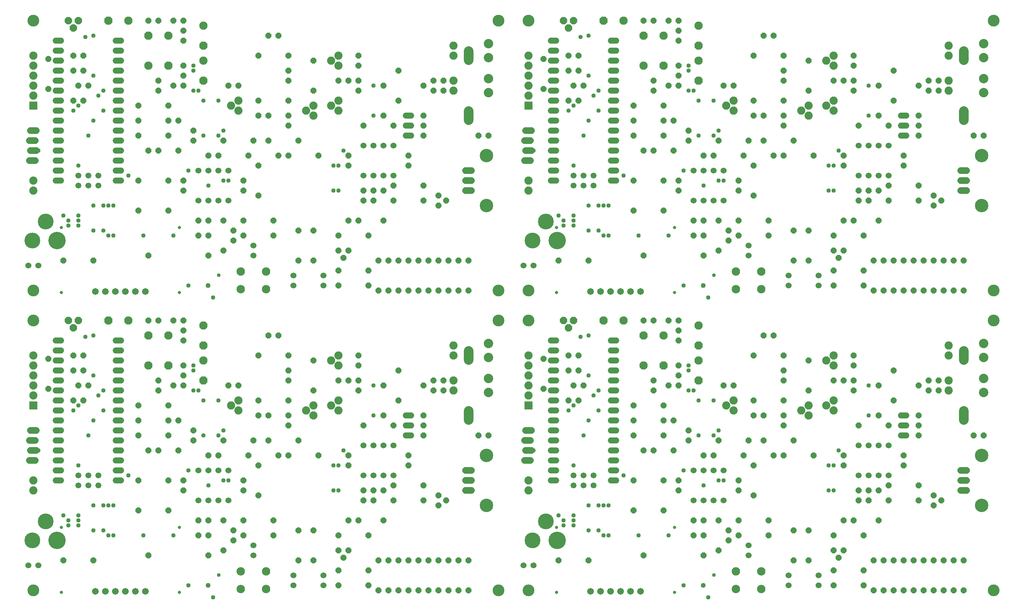
<source format=gbs>
G75*
%MOIN*%
%OFA0B0*%
%FSLAX25Y25*%
%IPPOS*%
%LPD*%
%AMOC8*
5,1,8,0,0,1.08239X$1,22.5*
%
%ADD10C,0.11800*%
%ADD11OC8,0.06000*%
%ADD12C,0.08300*%
%ADD13OC8,0.08300*%
%ADD14C,0.09650*%
%ADD15C,0.13461*%
%ADD16C,0.06000*%
%ADD17C,0.06800*%
%ADD18C,0.08200*%
%ADD19C,0.06000*%
%ADD20C,0.08400*%
%ADD21C,0.05950*%
%ADD22C,0.05950*%
%ADD23OC8,0.07400*%
%ADD24R,0.08200X0.08200*%
%ADD25C,0.09400*%
%ADD26C,0.03162*%
%ADD27C,0.06737*%
%ADD28C,0.03753*%
%ADD29C,0.04934*%
%ADD30C,0.17398*%
%ADD31C,0.15824*%
%ADD32C,0.04369*%
D10*
X0035000Y0017679D03*
X0035000Y0287679D03*
X0035000Y0317679D03*
X0035000Y0587679D03*
X0500000Y0587679D03*
X0530000Y0587679D03*
X0530000Y0317679D03*
X0500000Y0317679D03*
X0500000Y0287679D03*
X0530000Y0287679D03*
X0530000Y0017679D03*
X0500000Y0017679D03*
X0995000Y0017679D03*
X0995000Y0287679D03*
X0995000Y0317679D03*
X0995000Y0587679D03*
D11*
X0940000Y0527679D03*
X0930000Y0527679D03*
X0930000Y0517679D03*
X0940000Y0517679D03*
X0920000Y0522679D03*
X0895000Y0537679D03*
X0880000Y0522679D03*
X0895000Y0507679D03*
X0880000Y0492679D03*
X0890000Y0482679D03*
X0860000Y0482679D03*
X0845000Y0452679D03*
X0845000Y0442679D03*
X0815000Y0452679D03*
X0785000Y0452679D03*
X0775000Y0452679D03*
X0755000Y0442679D03*
X0745000Y0452679D03*
X0750000Y0467679D03*
X0765000Y0467679D03*
X0785000Y0482679D03*
X0785000Y0492679D03*
X0785000Y0507679D03*
X0765000Y0492679D03*
X0755000Y0492679D03*
X0755000Y0507679D03*
X0735000Y0522679D03*
X0725000Y0522679D03*
X0755000Y0552679D03*
X0765000Y0572679D03*
X0775000Y0572679D03*
X0785000Y0552679D03*
X0785000Y0537679D03*
X0785000Y0527679D03*
X0810000Y0517679D03*
X0835000Y0527679D03*
X0845000Y0527679D03*
X0855000Y0527679D03*
X0855000Y0517679D03*
X0855000Y0542679D03*
X0855000Y0552679D03*
X0810000Y0547679D03*
X0920000Y0492679D03*
X0920000Y0482679D03*
X0920000Y0472679D03*
X0905000Y0452679D03*
X0905000Y0442679D03*
X0890000Y0422679D03*
X0880000Y0417679D03*
X0870000Y0417679D03*
X0860000Y0417679D03*
X0860000Y0407679D03*
X0870000Y0407679D03*
X0890000Y0407679D03*
X0880000Y0387679D03*
X0865000Y0372679D03*
X0855000Y0387679D03*
X0845000Y0387679D03*
X0835000Y0372679D03*
X0835000Y0357679D03*
X0845000Y0357679D03*
X0840000Y0350179D03*
X0835000Y0337679D03*
X0835000Y0322679D03*
X0865000Y0322679D03*
X0875000Y0317679D03*
X0885000Y0317679D03*
X0895000Y0317679D03*
X0905000Y0317679D03*
X0915000Y0317679D03*
X0925000Y0317679D03*
X0935000Y0317679D03*
X0945000Y0317679D03*
X0955000Y0317679D03*
X0965000Y0317679D03*
X0965000Y0347679D03*
X0955000Y0347679D03*
X0945000Y0347679D03*
X0935000Y0347679D03*
X0925000Y0347679D03*
X0915000Y0347679D03*
X0905000Y0347679D03*
X0895000Y0347679D03*
X0885000Y0347679D03*
X0875000Y0347679D03*
X0865000Y0337679D03*
X0810000Y0347679D03*
X0795000Y0347679D03*
X0770000Y0372679D03*
X0770000Y0387679D03*
X0795000Y0377679D03*
X0810000Y0377679D03*
X0755000Y0412679D03*
X0740000Y0417679D03*
X0740000Y0427679D03*
X0715000Y0452679D03*
X0705000Y0452679D03*
X0690000Y0467679D03*
X0690000Y0477679D03*
X0675000Y0487679D03*
X0665000Y0487679D03*
X0665000Y0502679D03*
X0655000Y0517679D03*
X0655000Y0527679D03*
X0670000Y0522679D03*
X0680000Y0522679D03*
X0680000Y0532679D03*
X0680000Y0542679D03*
X0680000Y0567679D03*
X0680000Y0577679D03*
X0680000Y0587679D03*
X0670000Y0587679D03*
X0655000Y0587679D03*
X0645000Y0587679D03*
X0580000Y0552679D03*
X0570000Y0552679D03*
X0570000Y0537679D03*
X0580000Y0537679D03*
X0575000Y0522679D03*
X0585000Y0522679D03*
X0580000Y0507679D03*
X0570000Y0507679D03*
X0545000Y0519179D03*
X0545000Y0549179D03*
X0635000Y0502679D03*
X0635000Y0487679D03*
X0635000Y0472679D03*
X0645000Y0457679D03*
X0655000Y0457679D03*
X0675000Y0457679D03*
X0665000Y0472679D03*
X0720000Y0467679D03*
X0680000Y0427679D03*
X0680000Y0417679D03*
X0665000Y0427679D03*
X0635000Y0427679D03*
X0635000Y0397679D03*
X0665000Y0397679D03*
X0695000Y0387679D03*
X0705000Y0387679D03*
X0720000Y0387679D03*
X0730000Y0377679D03*
X0740000Y0372679D03*
X0730000Y0367679D03*
X0720000Y0357679D03*
X0705000Y0352679D03*
X0705000Y0372679D03*
X0695000Y0372679D03*
X0740000Y0387679D03*
X0645000Y0352679D03*
X0590000Y0347679D03*
X0560000Y0347679D03*
X0470000Y0347679D03*
X0460000Y0347679D03*
X0450000Y0347679D03*
X0440000Y0347679D03*
X0430000Y0347679D03*
X0420000Y0347679D03*
X0410000Y0347679D03*
X0400000Y0347679D03*
X0390000Y0347679D03*
X0380000Y0347679D03*
X0370000Y0337679D03*
X0370000Y0322679D03*
X0380000Y0317679D03*
X0390000Y0317679D03*
X0400000Y0317679D03*
X0410000Y0317679D03*
X0420000Y0317679D03*
X0430000Y0317679D03*
X0440000Y0317679D03*
X0450000Y0317679D03*
X0460000Y0317679D03*
X0470000Y0317679D03*
X0545000Y0249179D03*
X0570000Y0252679D03*
X0580000Y0252679D03*
X0580000Y0237679D03*
X0570000Y0237679D03*
X0575000Y0222679D03*
X0585000Y0222679D03*
X0580000Y0207679D03*
X0570000Y0207679D03*
X0545000Y0219179D03*
X0490000Y0172679D03*
X0480000Y0172679D03*
X0425000Y0172679D03*
X0425000Y0182679D03*
X0425000Y0192679D03*
X0400000Y0207679D03*
X0385000Y0222679D03*
X0400000Y0237679D03*
X0425000Y0222679D03*
X0435000Y0227679D03*
X0445000Y0227679D03*
X0445000Y0217679D03*
X0435000Y0217679D03*
X0385000Y0192679D03*
X0395000Y0182679D03*
X0365000Y0182679D03*
X0350000Y0152679D03*
X0350000Y0142679D03*
X0320000Y0152679D03*
X0300000Y0167679D03*
X0290000Y0182679D03*
X0290000Y0192679D03*
X0290000Y0207679D03*
X0270000Y0192679D03*
X0260000Y0192679D03*
X0260000Y0207679D03*
X0240000Y0222679D03*
X0230000Y0222679D03*
X0260000Y0252679D03*
X0270000Y0272679D03*
X0280000Y0272679D03*
X0290000Y0252679D03*
X0290000Y0237679D03*
X0290000Y0227679D03*
X0315000Y0217679D03*
X0340000Y0227679D03*
X0350000Y0227679D03*
X0360000Y0227679D03*
X0360000Y0217679D03*
X0360000Y0242679D03*
X0360000Y0252679D03*
X0315000Y0247679D03*
X0340000Y0322679D03*
X0340000Y0337679D03*
X0345000Y0350179D03*
X0340000Y0357679D03*
X0350000Y0357679D03*
X0340000Y0372679D03*
X0350000Y0387679D03*
X0360000Y0387679D03*
X0370000Y0372679D03*
X0385000Y0387679D03*
X0375000Y0407679D03*
X0365000Y0407679D03*
X0365000Y0417679D03*
X0375000Y0417679D03*
X0385000Y0417679D03*
X0395000Y0422679D03*
X0395000Y0407679D03*
X0425000Y0407679D03*
X0440000Y0412679D03*
X0447500Y0407679D03*
X0440000Y0402679D03*
X0425000Y0422679D03*
X0410000Y0442679D03*
X0410000Y0452679D03*
X0425000Y0472679D03*
X0425000Y0482679D03*
X0425000Y0492679D03*
X0400000Y0507679D03*
X0385000Y0522679D03*
X0400000Y0537679D03*
X0425000Y0522679D03*
X0435000Y0527679D03*
X0445000Y0527679D03*
X0445000Y0517679D03*
X0435000Y0517679D03*
X0385000Y0492679D03*
X0395000Y0482679D03*
X0365000Y0482679D03*
X0350000Y0452679D03*
X0350000Y0442679D03*
X0320000Y0452679D03*
X0300000Y0467679D03*
X0290000Y0482679D03*
X0290000Y0492679D03*
X0290000Y0507679D03*
X0270000Y0492679D03*
X0260000Y0492679D03*
X0260000Y0507679D03*
X0240000Y0522679D03*
X0230000Y0522679D03*
X0260000Y0552679D03*
X0270000Y0572679D03*
X0280000Y0572679D03*
X0290000Y0552679D03*
X0290000Y0537679D03*
X0290000Y0527679D03*
X0315000Y0517679D03*
X0340000Y0527679D03*
X0350000Y0527679D03*
X0360000Y0527679D03*
X0360000Y0517679D03*
X0360000Y0542679D03*
X0360000Y0552679D03*
X0315000Y0547679D03*
X0270000Y0467679D03*
X0255000Y0467679D03*
X0250000Y0452679D03*
X0260000Y0442679D03*
X0280000Y0452679D03*
X0290000Y0452679D03*
X0245000Y0427679D03*
X0245000Y0417679D03*
X0260000Y0412679D03*
X0245000Y0387679D03*
X0235000Y0377679D03*
X0245000Y0372679D03*
X0235000Y0367679D03*
X0225000Y0357679D03*
X0210000Y0352679D03*
X0210000Y0372679D03*
X0200000Y0372679D03*
X0200000Y0387679D03*
X0210000Y0387679D03*
X0225000Y0387679D03*
X0185000Y0417679D03*
X0185000Y0427679D03*
X0170000Y0427679D03*
X0140000Y0427679D03*
X0140000Y0397679D03*
X0170000Y0397679D03*
X0150000Y0352679D03*
X0095000Y0347679D03*
X0065000Y0347679D03*
X0150000Y0287679D03*
X0160000Y0287679D03*
X0175000Y0287679D03*
X0185000Y0287679D03*
X0185000Y0277679D03*
X0185000Y0267679D03*
X0185000Y0242679D03*
X0185000Y0232679D03*
X0185000Y0222679D03*
X0175000Y0222679D03*
X0160000Y0227679D03*
X0160000Y0217679D03*
X0170000Y0202679D03*
X0170000Y0187679D03*
X0180000Y0187679D03*
X0195000Y0177679D03*
X0195000Y0167679D03*
X0180000Y0157679D03*
X0160000Y0157679D03*
X0150000Y0157679D03*
X0140000Y0172679D03*
X0140000Y0187679D03*
X0140000Y0202679D03*
X0170000Y0172679D03*
X0210000Y0152679D03*
X0220000Y0152679D03*
X0225000Y0167679D03*
X0250000Y0152679D03*
X0260000Y0142679D03*
X0280000Y0152679D03*
X0290000Y0152679D03*
X0270000Y0167679D03*
X0255000Y0167679D03*
X0245000Y0127679D03*
X0245000Y0117679D03*
X0260000Y0112679D03*
X0245000Y0087679D03*
X0235000Y0077679D03*
X0245000Y0072679D03*
X0235000Y0067679D03*
X0225000Y0057679D03*
X0210000Y0052679D03*
X0210000Y0072679D03*
X0200000Y0072679D03*
X0200000Y0087679D03*
X0210000Y0087679D03*
X0225000Y0087679D03*
X0185000Y0117679D03*
X0185000Y0127679D03*
X0170000Y0127679D03*
X0140000Y0127679D03*
X0140000Y0097679D03*
X0170000Y0097679D03*
X0150000Y0052679D03*
X0095000Y0047679D03*
X0065000Y0047679D03*
X0275000Y0072679D03*
X0275000Y0087679D03*
X0300000Y0077679D03*
X0315000Y0077679D03*
X0340000Y0072679D03*
X0340000Y0057679D03*
X0350000Y0057679D03*
X0345000Y0050179D03*
X0340000Y0037679D03*
X0340000Y0022679D03*
X0370000Y0022679D03*
X0380000Y0017679D03*
X0390000Y0017679D03*
X0400000Y0017679D03*
X0410000Y0017679D03*
X0420000Y0017679D03*
X0430000Y0017679D03*
X0440000Y0017679D03*
X0450000Y0017679D03*
X0460000Y0017679D03*
X0470000Y0017679D03*
X0470000Y0047679D03*
X0460000Y0047679D03*
X0450000Y0047679D03*
X0440000Y0047679D03*
X0430000Y0047679D03*
X0420000Y0047679D03*
X0410000Y0047679D03*
X0400000Y0047679D03*
X0390000Y0047679D03*
X0380000Y0047679D03*
X0370000Y0037679D03*
X0315000Y0047679D03*
X0300000Y0047679D03*
X0350000Y0087679D03*
X0360000Y0087679D03*
X0370000Y0072679D03*
X0385000Y0087679D03*
X0375000Y0107679D03*
X0365000Y0107679D03*
X0365000Y0117679D03*
X0375000Y0117679D03*
X0385000Y0117679D03*
X0395000Y0122679D03*
X0395000Y0107679D03*
X0425000Y0107679D03*
X0440000Y0112679D03*
X0447500Y0107679D03*
X0440000Y0102679D03*
X0425000Y0122679D03*
X0410000Y0142679D03*
X0410000Y0152679D03*
X0560000Y0047679D03*
X0590000Y0047679D03*
X0645000Y0052679D03*
X0695000Y0072679D03*
X0705000Y0072679D03*
X0705000Y0087679D03*
X0695000Y0087679D03*
X0720000Y0087679D03*
X0730000Y0077679D03*
X0740000Y0072679D03*
X0730000Y0067679D03*
X0720000Y0057679D03*
X0705000Y0052679D03*
X0740000Y0087679D03*
X0770000Y0087679D03*
X0770000Y0072679D03*
X0795000Y0077679D03*
X0810000Y0077679D03*
X0835000Y0072679D03*
X0835000Y0057679D03*
X0845000Y0057679D03*
X0840000Y0050179D03*
X0835000Y0037679D03*
X0835000Y0022679D03*
X0865000Y0022679D03*
X0875000Y0017679D03*
X0885000Y0017679D03*
X0895000Y0017679D03*
X0905000Y0017679D03*
X0915000Y0017679D03*
X0925000Y0017679D03*
X0935000Y0017679D03*
X0945000Y0017679D03*
X0955000Y0017679D03*
X0965000Y0017679D03*
X0965000Y0047679D03*
X0955000Y0047679D03*
X0945000Y0047679D03*
X0935000Y0047679D03*
X0925000Y0047679D03*
X0915000Y0047679D03*
X0905000Y0047679D03*
X0895000Y0047679D03*
X0885000Y0047679D03*
X0875000Y0047679D03*
X0865000Y0037679D03*
X0810000Y0047679D03*
X0795000Y0047679D03*
X0845000Y0087679D03*
X0855000Y0087679D03*
X0865000Y0072679D03*
X0880000Y0087679D03*
X0870000Y0107679D03*
X0860000Y0107679D03*
X0860000Y0117679D03*
X0870000Y0117679D03*
X0880000Y0117679D03*
X0890000Y0122679D03*
X0890000Y0107679D03*
X0920000Y0107679D03*
X0935000Y0112679D03*
X0942500Y0107679D03*
X0935000Y0102679D03*
X0920000Y0122679D03*
X0905000Y0142679D03*
X0905000Y0152679D03*
X0920000Y0172679D03*
X0920000Y0182679D03*
X0920000Y0192679D03*
X0895000Y0207679D03*
X0880000Y0222679D03*
X0895000Y0237679D03*
X0920000Y0222679D03*
X0930000Y0227679D03*
X0940000Y0227679D03*
X0940000Y0217679D03*
X0930000Y0217679D03*
X0880000Y0192679D03*
X0890000Y0182679D03*
X0860000Y0182679D03*
X0845000Y0152679D03*
X0845000Y0142679D03*
X0815000Y0152679D03*
X0785000Y0152679D03*
X0775000Y0152679D03*
X0755000Y0142679D03*
X0745000Y0152679D03*
X0750000Y0167679D03*
X0765000Y0167679D03*
X0785000Y0182679D03*
X0785000Y0192679D03*
X0785000Y0207679D03*
X0765000Y0192679D03*
X0755000Y0192679D03*
X0755000Y0207679D03*
X0735000Y0222679D03*
X0725000Y0222679D03*
X0755000Y0252679D03*
X0765000Y0272679D03*
X0775000Y0272679D03*
X0785000Y0252679D03*
X0785000Y0237679D03*
X0785000Y0227679D03*
X0810000Y0217679D03*
X0835000Y0227679D03*
X0845000Y0227679D03*
X0855000Y0227679D03*
X0855000Y0217679D03*
X0855000Y0242679D03*
X0855000Y0252679D03*
X0810000Y0247679D03*
X0795000Y0167679D03*
X0740000Y0127679D03*
X0740000Y0117679D03*
X0755000Y0112679D03*
X0715000Y0152679D03*
X0705000Y0152679D03*
X0690000Y0167679D03*
X0690000Y0177679D03*
X0675000Y0187679D03*
X0665000Y0187679D03*
X0665000Y0202679D03*
X0655000Y0217679D03*
X0655000Y0227679D03*
X0670000Y0222679D03*
X0680000Y0222679D03*
X0680000Y0232679D03*
X0680000Y0242679D03*
X0680000Y0267679D03*
X0680000Y0277679D03*
X0680000Y0287679D03*
X0670000Y0287679D03*
X0655000Y0287679D03*
X0645000Y0287679D03*
X0635000Y0202679D03*
X0635000Y0187679D03*
X0635000Y0172679D03*
X0645000Y0157679D03*
X0655000Y0157679D03*
X0675000Y0157679D03*
X0665000Y0172679D03*
X0720000Y0167679D03*
X0680000Y0127679D03*
X0680000Y0117679D03*
X0665000Y0127679D03*
X0635000Y0127679D03*
X0635000Y0097679D03*
X0665000Y0097679D03*
X0975000Y0172679D03*
X0985000Y0172679D03*
X0935000Y0402679D03*
X0942500Y0407679D03*
X0935000Y0412679D03*
X0920000Y0407679D03*
X0920000Y0422679D03*
X0975000Y0472679D03*
X0985000Y0472679D03*
X0795000Y0467679D03*
X0490000Y0472679D03*
X0480000Y0472679D03*
X0315000Y0377679D03*
X0300000Y0377679D03*
X0275000Y0372679D03*
X0275000Y0387679D03*
X0300000Y0347679D03*
X0315000Y0347679D03*
X0220000Y0452679D03*
X0210000Y0452679D03*
X0195000Y0467679D03*
X0195000Y0477679D03*
X0180000Y0487679D03*
X0170000Y0487679D03*
X0170000Y0502679D03*
X0160000Y0517679D03*
X0160000Y0527679D03*
X0175000Y0522679D03*
X0185000Y0522679D03*
X0185000Y0532679D03*
X0185000Y0542679D03*
X0185000Y0567679D03*
X0185000Y0577679D03*
X0185000Y0587679D03*
X0175000Y0587679D03*
X0160000Y0587679D03*
X0150000Y0587679D03*
X0085000Y0552679D03*
X0075000Y0552679D03*
X0075000Y0537679D03*
X0085000Y0537679D03*
X0080000Y0522679D03*
X0090000Y0522679D03*
X0085000Y0507679D03*
X0075000Y0507679D03*
X0050000Y0519179D03*
X0050000Y0549179D03*
X0140000Y0502679D03*
X0140000Y0487679D03*
X0140000Y0472679D03*
X0150000Y0457679D03*
X0160000Y0457679D03*
X0180000Y0457679D03*
X0170000Y0472679D03*
X0225000Y0467679D03*
X0085000Y0252679D03*
X0075000Y0252679D03*
X0075000Y0237679D03*
X0085000Y0237679D03*
X0080000Y0222679D03*
X0090000Y0222679D03*
X0085000Y0207679D03*
X0075000Y0207679D03*
X0050000Y0219179D03*
X0050000Y0249179D03*
D12*
X0130000Y0287679D03*
X0170000Y0272679D03*
X0205000Y0282679D03*
X0205000Y0247679D03*
X0150000Y0242679D03*
X0150000Y0542679D03*
X0170000Y0572679D03*
X0205000Y0582679D03*
X0205000Y0547679D03*
X0130000Y0587679D03*
X0625000Y0587679D03*
X0665000Y0572679D03*
X0700000Y0582679D03*
X0700000Y0547679D03*
X0645000Y0542679D03*
X0625000Y0287679D03*
X0665000Y0272679D03*
X0700000Y0282679D03*
X0700000Y0247679D03*
X0645000Y0242679D03*
D13*
X0665000Y0242679D03*
X0700000Y0227679D03*
X0700000Y0262679D03*
X0645000Y0272679D03*
X0605000Y0287679D03*
X0700000Y0527679D03*
X0665000Y0542679D03*
X0700000Y0562679D03*
X0645000Y0572679D03*
X0605000Y0587679D03*
X0205000Y0562679D03*
X0170000Y0542679D03*
X0205000Y0527679D03*
X0150000Y0572679D03*
X0110000Y0587679D03*
X0110000Y0287679D03*
X0150000Y0272679D03*
X0170000Y0242679D03*
X0205000Y0227679D03*
X0205000Y0262679D03*
D14*
X0470000Y0257104D02*
X0470000Y0248254D01*
X0470000Y0197104D02*
X0470000Y0188254D01*
X0470000Y0488254D02*
X0470000Y0497104D01*
X0470000Y0548254D02*
X0470000Y0557104D01*
X0965000Y0557104D02*
X0965000Y0548254D01*
X0965000Y0497104D02*
X0965000Y0488254D01*
X0965000Y0257104D02*
X0965000Y0248254D01*
X0965000Y0197104D02*
X0965000Y0188254D01*
D15*
X0983000Y0152679D03*
X0983000Y0102679D03*
X0983000Y0402679D03*
X0983000Y0452679D03*
X0488000Y0452679D03*
X0488000Y0402679D03*
X0488000Y0152679D03*
X0488000Y0102679D03*
D16*
X0395000Y0132679D03*
X0385000Y0132679D03*
X0375000Y0132679D03*
X0365000Y0132679D03*
X0365000Y0162679D03*
X0375000Y0162679D03*
X0385000Y0162679D03*
X0395000Y0162679D03*
X0230000Y0137679D03*
X0220000Y0137679D03*
X0210000Y0137679D03*
X0200000Y0137679D03*
X0200000Y0107679D03*
X0210000Y0107679D03*
X0220000Y0107679D03*
X0230000Y0107679D03*
X0255000Y0062679D03*
X0255000Y0052679D03*
X0295000Y0032679D03*
X0295000Y0022679D03*
X0325000Y0022679D03*
X0325000Y0032679D03*
X0525000Y0042679D03*
X0535000Y0042679D03*
X0695000Y0107679D03*
X0705000Y0107679D03*
X0715000Y0107679D03*
X0725000Y0107679D03*
X0725000Y0137679D03*
X0715000Y0137679D03*
X0705000Y0137679D03*
X0695000Y0137679D03*
X0750000Y0062679D03*
X0750000Y0052679D03*
X0790000Y0032679D03*
X0790000Y0022679D03*
X0820000Y0022679D03*
X0820000Y0032679D03*
X0860000Y0132679D03*
X0870000Y0132679D03*
X0880000Y0132679D03*
X0890000Y0132679D03*
X0890000Y0162679D03*
X0880000Y0162679D03*
X0870000Y0162679D03*
X0860000Y0162679D03*
X0820000Y0322679D03*
X0820000Y0332679D03*
X0790000Y0332679D03*
X0790000Y0322679D03*
X0750000Y0352679D03*
X0750000Y0362679D03*
X0725000Y0407679D03*
X0715000Y0407679D03*
X0705000Y0407679D03*
X0695000Y0407679D03*
X0695000Y0437679D03*
X0705000Y0437679D03*
X0715000Y0437679D03*
X0725000Y0437679D03*
X0860000Y0432679D03*
X0870000Y0432679D03*
X0880000Y0432679D03*
X0890000Y0432679D03*
X0890000Y0462679D03*
X0880000Y0462679D03*
X0870000Y0462679D03*
X0860000Y0462679D03*
X0535000Y0342679D03*
X0525000Y0342679D03*
X0395000Y0432679D03*
X0385000Y0432679D03*
X0375000Y0432679D03*
X0365000Y0432679D03*
X0365000Y0462679D03*
X0375000Y0462679D03*
X0385000Y0462679D03*
X0395000Y0462679D03*
X0230000Y0437679D03*
X0220000Y0437679D03*
X0210000Y0437679D03*
X0200000Y0437679D03*
X0200000Y0407679D03*
X0210000Y0407679D03*
X0220000Y0407679D03*
X0230000Y0407679D03*
X0255000Y0362679D03*
X0255000Y0352679D03*
X0295000Y0332679D03*
X0295000Y0322679D03*
X0325000Y0322679D03*
X0325000Y0332679D03*
X0040000Y0342679D03*
X0030000Y0342679D03*
X0030000Y0042679D03*
X0040000Y0042679D03*
D17*
X0037000Y0147679D02*
X0031000Y0147679D01*
X0032000Y0157679D02*
X0038000Y0157679D01*
X0037000Y0167679D02*
X0031000Y0167679D01*
X0032000Y0177679D02*
X0038000Y0177679D01*
X0467000Y0137679D02*
X0473000Y0137679D01*
X0473000Y0127679D02*
X0467000Y0127679D01*
X0467000Y0117679D02*
X0473000Y0117679D01*
X0526000Y0147679D02*
X0532000Y0147679D01*
X0533000Y0157679D02*
X0527000Y0157679D01*
X0526000Y0167679D02*
X0532000Y0167679D01*
X0533000Y0177679D02*
X0527000Y0177679D01*
X0473000Y0417679D02*
X0467000Y0417679D01*
X0467000Y0427679D02*
X0473000Y0427679D01*
X0473000Y0437679D02*
X0467000Y0437679D01*
X0526000Y0447679D02*
X0532000Y0447679D01*
X0533000Y0457679D02*
X0527000Y0457679D01*
X0526000Y0467679D02*
X0532000Y0467679D01*
X0533000Y0477679D02*
X0527000Y0477679D01*
X0962000Y0437679D02*
X0968000Y0437679D01*
X0968000Y0427679D02*
X0962000Y0427679D01*
X0962000Y0417679D02*
X0968000Y0417679D01*
X0968000Y0137679D02*
X0962000Y0137679D01*
X0962000Y0127679D02*
X0968000Y0127679D01*
X0968000Y0117679D02*
X0962000Y0117679D01*
X0037000Y0447679D02*
X0031000Y0447679D01*
X0032000Y0457679D02*
X0038000Y0457679D01*
X0037000Y0467679D02*
X0031000Y0467679D01*
X0032000Y0477679D02*
X0038000Y0477679D01*
D18*
X0035000Y0512679D03*
X0035000Y0522679D03*
X0035000Y0532679D03*
X0035000Y0542679D03*
X0035000Y0552679D03*
X0232500Y0502679D03*
X0240000Y0507679D03*
X0240000Y0497679D03*
X0307500Y0497679D03*
X0315000Y0502679D03*
X0315000Y0492679D03*
X0332500Y0502679D03*
X0340000Y0507679D03*
X0340000Y0497679D03*
X0340000Y0542679D03*
X0332500Y0547679D03*
X0340000Y0552679D03*
X0455000Y0552679D03*
X0455000Y0562679D03*
X0455000Y0527679D03*
X0455000Y0517679D03*
X0530000Y0522679D03*
X0530000Y0512679D03*
X0530000Y0532679D03*
X0530000Y0542679D03*
X0530000Y0552679D03*
X0727500Y0502679D03*
X0735000Y0507679D03*
X0735000Y0497679D03*
X0802500Y0497679D03*
X0810000Y0502679D03*
X0810000Y0492679D03*
X0827500Y0502679D03*
X0835000Y0507679D03*
X0835000Y0497679D03*
X0835000Y0542679D03*
X0827500Y0547679D03*
X0835000Y0552679D03*
X0950000Y0552679D03*
X0950000Y0562679D03*
X0950000Y0527679D03*
X0950000Y0517679D03*
X0950000Y0262679D03*
X0950000Y0252679D03*
X0950000Y0227679D03*
X0950000Y0217679D03*
X0835000Y0207679D03*
X0827500Y0202679D03*
X0835000Y0197679D03*
X0810000Y0202679D03*
X0802500Y0197679D03*
X0810000Y0192679D03*
X0735000Y0197679D03*
X0727500Y0202679D03*
X0735000Y0207679D03*
X0827500Y0247679D03*
X0835000Y0252679D03*
X0835000Y0242679D03*
X0530000Y0242679D03*
X0530000Y0252679D03*
X0530000Y0232679D03*
X0530000Y0222679D03*
X0530000Y0212679D03*
X0455000Y0217679D03*
X0455000Y0227679D03*
X0455000Y0252679D03*
X0455000Y0262679D03*
X0340000Y0252679D03*
X0332500Y0247679D03*
X0340000Y0242679D03*
X0340000Y0207679D03*
X0332500Y0202679D03*
X0340000Y0197679D03*
X0315000Y0202679D03*
X0307500Y0197679D03*
X0315000Y0192679D03*
X0240000Y0197679D03*
X0232500Y0202679D03*
X0240000Y0207679D03*
X0035000Y0212679D03*
X0035000Y0222679D03*
X0035000Y0232679D03*
X0035000Y0242679D03*
X0035000Y0252679D03*
X0035000Y0127679D03*
X0035000Y0117679D03*
X0035000Y0417679D03*
X0035000Y0427679D03*
X0530000Y0427679D03*
X0530000Y0417679D03*
X0530000Y0127679D03*
X0530000Y0117679D03*
D19*
X0412600Y0172679D02*
X0407400Y0172679D01*
X0407400Y0182679D02*
X0412600Y0182679D01*
X0412600Y0192679D02*
X0407400Y0192679D01*
X0407400Y0472679D02*
X0412600Y0472679D01*
X0412600Y0482679D02*
X0407400Y0482679D01*
X0407400Y0492679D02*
X0412600Y0492679D01*
X0902400Y0492679D02*
X0907600Y0492679D01*
X0907600Y0482679D02*
X0902400Y0482679D01*
X0902400Y0472679D02*
X0907600Y0472679D01*
X0907600Y0192679D02*
X0902400Y0192679D01*
X0902400Y0182679D02*
X0907600Y0182679D01*
X0907600Y0172679D02*
X0902400Y0172679D01*
D20*
X0762800Y0036579D03*
X0737200Y0036579D03*
X0737200Y0018779D03*
X0762800Y0018779D03*
X0762800Y0318779D03*
X0737200Y0318779D03*
X0737200Y0336579D03*
X0762800Y0336579D03*
X0267800Y0336579D03*
X0242200Y0336579D03*
X0242200Y0318779D03*
X0267800Y0318779D03*
X0267800Y0036579D03*
X0242200Y0036579D03*
X0242200Y0018779D03*
X0267800Y0018779D03*
D21*
X0122575Y0127679D02*
X0117425Y0127679D01*
X0117425Y0137679D02*
X0122575Y0137679D01*
X0122575Y0147679D02*
X0117425Y0147679D01*
X0117425Y0157679D02*
X0122575Y0157679D01*
X0122575Y0167679D02*
X0117425Y0167679D01*
X0117425Y0177679D02*
X0122575Y0177679D01*
X0122575Y0187679D02*
X0117425Y0187679D01*
X0117425Y0197679D02*
X0122575Y0197679D01*
X0122575Y0207679D02*
X0117425Y0207679D01*
X0117425Y0217679D02*
X0122575Y0217679D01*
X0122575Y0227679D02*
X0117425Y0227679D01*
X0117425Y0237679D02*
X0122575Y0237679D01*
X0122575Y0247679D02*
X0117425Y0247679D01*
X0117425Y0257679D02*
X0122575Y0257679D01*
X0122575Y0267679D02*
X0117425Y0267679D01*
X0062575Y0267679D02*
X0057425Y0267679D01*
X0057425Y0257679D02*
X0062575Y0257679D01*
X0062575Y0247679D02*
X0057425Y0247679D01*
X0057425Y0237679D02*
X0062575Y0237679D01*
X0062575Y0227679D02*
X0057425Y0227679D01*
X0057425Y0217679D02*
X0062575Y0217679D01*
X0062575Y0207679D02*
X0057425Y0207679D01*
X0057425Y0197679D02*
X0062575Y0197679D01*
X0062575Y0187679D02*
X0057425Y0187679D01*
X0057425Y0177679D02*
X0062575Y0177679D01*
X0062575Y0167679D02*
X0057425Y0167679D01*
X0057425Y0157679D02*
X0062575Y0157679D01*
X0062575Y0147679D02*
X0057425Y0147679D01*
X0057425Y0137679D02*
X0062575Y0137679D01*
X0062575Y0127679D02*
X0057425Y0127679D01*
X0057425Y0427679D02*
X0062575Y0427679D01*
X0062575Y0437679D02*
X0057425Y0437679D01*
X0057425Y0447679D02*
X0062575Y0447679D01*
X0062575Y0457679D02*
X0057425Y0457679D01*
X0057425Y0467679D02*
X0062575Y0467679D01*
X0062575Y0477679D02*
X0057425Y0477679D01*
X0057425Y0487679D02*
X0062575Y0487679D01*
X0062575Y0497679D02*
X0057425Y0497679D01*
X0057425Y0507679D02*
X0062575Y0507679D01*
X0062575Y0517679D02*
X0057425Y0517679D01*
X0057425Y0527679D02*
X0062575Y0527679D01*
X0062575Y0537679D02*
X0057425Y0537679D01*
X0057425Y0547679D02*
X0062575Y0547679D01*
X0062575Y0557679D02*
X0057425Y0557679D01*
X0057425Y0567679D02*
X0062575Y0567679D01*
X0117425Y0567679D02*
X0122575Y0567679D01*
X0122575Y0557679D02*
X0117425Y0557679D01*
X0117425Y0547679D02*
X0122575Y0547679D01*
X0122575Y0537679D02*
X0117425Y0537679D01*
X0117425Y0527679D02*
X0122575Y0527679D01*
X0122575Y0517679D02*
X0117425Y0517679D01*
X0117425Y0507679D02*
X0122575Y0507679D01*
X0122575Y0497679D02*
X0117425Y0497679D01*
X0117425Y0487679D02*
X0122575Y0487679D01*
X0122575Y0477679D02*
X0117425Y0477679D01*
X0117425Y0467679D02*
X0122575Y0467679D01*
X0122575Y0457679D02*
X0117425Y0457679D01*
X0117425Y0447679D02*
X0122575Y0447679D01*
X0122575Y0437679D02*
X0117425Y0437679D01*
X0117425Y0427679D02*
X0122575Y0427679D01*
X0552425Y0427679D02*
X0557575Y0427679D01*
X0557575Y0437679D02*
X0552425Y0437679D01*
X0552425Y0447679D02*
X0557575Y0447679D01*
X0557575Y0457679D02*
X0552425Y0457679D01*
X0552425Y0467679D02*
X0557575Y0467679D01*
X0557575Y0477679D02*
X0552425Y0477679D01*
X0552425Y0487679D02*
X0557575Y0487679D01*
X0557575Y0497679D02*
X0552425Y0497679D01*
X0552425Y0507679D02*
X0557575Y0507679D01*
X0557575Y0517679D02*
X0552425Y0517679D01*
X0552425Y0527679D02*
X0557575Y0527679D01*
X0557575Y0537679D02*
X0552425Y0537679D01*
X0552425Y0547679D02*
X0557575Y0547679D01*
X0557575Y0557679D02*
X0552425Y0557679D01*
X0552425Y0567679D02*
X0557575Y0567679D01*
X0612425Y0567679D02*
X0617575Y0567679D01*
X0617575Y0557679D02*
X0612425Y0557679D01*
X0612425Y0547679D02*
X0617575Y0547679D01*
X0617575Y0537679D02*
X0612425Y0537679D01*
X0612425Y0527679D02*
X0617575Y0527679D01*
X0617575Y0517679D02*
X0612425Y0517679D01*
X0612425Y0507679D02*
X0617575Y0507679D01*
X0617575Y0497679D02*
X0612425Y0497679D01*
X0612425Y0487679D02*
X0617575Y0487679D01*
X0617575Y0477679D02*
X0612425Y0477679D01*
X0612425Y0467679D02*
X0617575Y0467679D01*
X0617575Y0457679D02*
X0612425Y0457679D01*
X0612425Y0447679D02*
X0617575Y0447679D01*
X0617575Y0437679D02*
X0612425Y0437679D01*
X0612425Y0427679D02*
X0617575Y0427679D01*
X0617575Y0267679D02*
X0612425Y0267679D01*
X0612425Y0257679D02*
X0617575Y0257679D01*
X0617575Y0247679D02*
X0612425Y0247679D01*
X0612425Y0237679D02*
X0617575Y0237679D01*
X0617575Y0227679D02*
X0612425Y0227679D01*
X0612425Y0217679D02*
X0617575Y0217679D01*
X0617575Y0207679D02*
X0612425Y0207679D01*
X0612425Y0197679D02*
X0617575Y0197679D01*
X0617575Y0187679D02*
X0612425Y0187679D01*
X0612425Y0177679D02*
X0617575Y0177679D01*
X0617575Y0167679D02*
X0612425Y0167679D01*
X0612425Y0157679D02*
X0617575Y0157679D01*
X0617575Y0147679D02*
X0612425Y0147679D01*
X0612425Y0137679D02*
X0617575Y0137679D01*
X0617575Y0127679D02*
X0612425Y0127679D01*
X0557575Y0127679D02*
X0552425Y0127679D01*
X0552425Y0137679D02*
X0557575Y0137679D01*
X0557575Y0147679D02*
X0552425Y0147679D01*
X0552425Y0157679D02*
X0557575Y0157679D01*
X0557575Y0167679D02*
X0552425Y0167679D01*
X0552425Y0177679D02*
X0557575Y0177679D01*
X0557575Y0187679D02*
X0552425Y0187679D01*
X0552425Y0197679D02*
X0557575Y0197679D01*
X0557575Y0207679D02*
X0552425Y0207679D01*
X0552425Y0217679D02*
X0557575Y0217679D01*
X0557575Y0227679D02*
X0552425Y0227679D01*
X0552425Y0237679D02*
X0557575Y0237679D01*
X0557575Y0247679D02*
X0552425Y0247679D01*
X0552425Y0257679D02*
X0557575Y0257679D01*
X0557575Y0267679D02*
X0552425Y0267679D01*
D22*
X0575000Y0132679D03*
X0585000Y0132679D03*
X0595000Y0132679D03*
X0595000Y0122679D03*
X0585000Y0122679D03*
X0575000Y0122679D03*
X0100000Y0122679D03*
X0100000Y0132679D03*
X0090000Y0132679D03*
X0080000Y0132679D03*
X0080000Y0122679D03*
X0090000Y0122679D03*
X0090000Y0422679D03*
X0090000Y0432679D03*
X0080000Y0432679D03*
X0080000Y0422679D03*
X0100000Y0422679D03*
X0100000Y0432679D03*
X0575000Y0432679D03*
X0585000Y0432679D03*
X0595000Y0432679D03*
X0595000Y0422679D03*
X0585000Y0422679D03*
X0575000Y0422679D03*
D23*
X0575000Y0287679D03*
X0565000Y0287679D03*
X0570000Y0280179D03*
X0570000Y0580179D03*
X0565000Y0587679D03*
X0575000Y0587679D03*
X0080000Y0587679D03*
X0070000Y0587679D03*
X0075000Y0580179D03*
X0070000Y0287679D03*
X0080000Y0287679D03*
X0075000Y0280179D03*
D24*
X0035000Y0202679D03*
X0035000Y0502679D03*
X0530000Y0502679D03*
X0530000Y0202679D03*
D25*
X0490000Y0215592D03*
X0490000Y0229371D03*
X0490000Y0250592D03*
X0490000Y0264371D03*
X0490000Y0515592D03*
X0490000Y0529371D03*
X0490000Y0550592D03*
X0490000Y0564371D03*
X0985000Y0564371D03*
X0985000Y0550592D03*
X0985000Y0529371D03*
X0985000Y0515592D03*
X0985000Y0264371D03*
X0985000Y0250592D03*
X0985000Y0229371D03*
X0985000Y0215592D03*
D26*
X0675984Y0315553D03*
X0675984Y0380513D03*
X0557874Y0380513D03*
X0557874Y0315553D03*
X0557874Y0080513D03*
X0557874Y0015553D03*
X0675984Y0015553D03*
X0675984Y0080513D03*
X0180984Y0080513D03*
X0180984Y0015553D03*
X0062874Y0015553D03*
X0062874Y0080513D03*
X0062874Y0315553D03*
X0062874Y0380513D03*
X0180984Y0380513D03*
X0180984Y0315553D03*
D27*
X0146930Y0316553D03*
X0136930Y0316553D03*
X0126930Y0316553D03*
X0116930Y0316553D03*
X0106930Y0316553D03*
X0096930Y0316553D03*
X0096930Y0016553D03*
X0106930Y0016553D03*
X0116930Y0016553D03*
X0126930Y0016553D03*
X0136930Y0016553D03*
X0146930Y0016553D03*
X0591930Y0016553D03*
X0601930Y0016553D03*
X0611930Y0016553D03*
X0621930Y0016553D03*
X0631930Y0016553D03*
X0641930Y0016553D03*
X0641930Y0316553D03*
X0631930Y0316553D03*
X0621930Y0316553D03*
X0611930Y0316553D03*
X0601930Y0316553D03*
X0591930Y0316553D03*
D28*
X0715289Y0332968D03*
X0715289Y0032968D03*
X0220289Y0032968D03*
X0220289Y0332968D03*
D29*
X0209711Y0322389D03*
X0209711Y0022389D03*
X0704711Y0022389D03*
X0704711Y0322389D03*
D30*
X0558543Y0367679D03*
X0558543Y0067679D03*
X0058543Y0067679D03*
X0058543Y0367679D03*
D31*
X0033937Y0367679D03*
X0047323Y0386576D03*
X0047323Y0086576D03*
X0033937Y0067679D03*
X0533937Y0067679D03*
X0547323Y0086576D03*
X0533937Y0367679D03*
X0547323Y0386576D03*
D32*
X0560000Y0392679D03*
X0565000Y0387679D03*
X0565000Y0382679D03*
X0575000Y0382679D03*
X0575000Y0387679D03*
X0575000Y0392679D03*
X0590000Y0402679D03*
X0600000Y0402679D03*
X0605000Y0402679D03*
X0610000Y0402679D03*
X0600000Y0377679D03*
X0605000Y0372679D03*
X0610000Y0372679D03*
X0590000Y0377679D03*
X0640000Y0372679D03*
X0670000Y0372679D03*
X0685000Y0322679D03*
X0709500Y0310679D03*
X0690000Y0242679D03*
X0690000Y0237679D03*
X0690000Y0217679D03*
X0695000Y0217679D03*
X0700000Y0207679D03*
X0715000Y0207679D03*
X0720000Y0177679D03*
X0715000Y0172679D03*
X0700000Y0172679D03*
X0685000Y0137679D03*
X0705000Y0122679D03*
X0720000Y0127679D03*
X0725000Y0127679D03*
X0670000Y0072679D03*
X0640000Y0072679D03*
X0610000Y0072679D03*
X0605000Y0072679D03*
X0600000Y0077679D03*
X0590000Y0077679D03*
X0575000Y0082679D03*
X0575000Y0087679D03*
X0575000Y0092679D03*
X0565000Y0087679D03*
X0565000Y0082679D03*
X0560000Y0092679D03*
X0590000Y0102679D03*
X0600000Y0102679D03*
X0605000Y0102679D03*
X0610000Y0102679D03*
X0625000Y0132679D03*
X0575000Y0142679D03*
X0535000Y0157679D03*
X0585000Y0172679D03*
X0590000Y0187679D03*
X0600000Y0197679D03*
X0595000Y0212679D03*
X0600000Y0217679D03*
X0590000Y0232679D03*
X0575000Y0202679D03*
X0570000Y0197679D03*
X0582000Y0271179D03*
X0590000Y0272679D03*
X0375000Y0222679D03*
X0375000Y0192679D03*
X0345000Y0157679D03*
X0340000Y0142679D03*
X0335000Y0142679D03*
X0335000Y0117679D03*
X0340000Y0117679D03*
X0230000Y0127679D03*
X0225000Y0127679D03*
X0210000Y0122679D03*
X0190000Y0137679D03*
X0205000Y0172679D03*
X0220000Y0172679D03*
X0225000Y0177679D03*
X0220000Y0207679D03*
X0205000Y0207679D03*
X0200000Y0217679D03*
X0195000Y0217679D03*
X0195000Y0237679D03*
X0195000Y0242679D03*
X0105000Y0217679D03*
X0100000Y0212679D03*
X0080000Y0202679D03*
X0075000Y0197679D03*
X0095000Y0187679D03*
X0105000Y0197679D03*
X0090000Y0172679D03*
X0080000Y0142679D03*
X0040000Y0157679D03*
X0095000Y0102679D03*
X0105000Y0102679D03*
X0110000Y0102679D03*
X0115000Y0102679D03*
X0105000Y0077679D03*
X0110000Y0072679D03*
X0115000Y0072679D03*
X0095000Y0077679D03*
X0080000Y0082679D03*
X0080000Y0087679D03*
X0080000Y0092679D03*
X0070000Y0087679D03*
X0070000Y0082679D03*
X0065000Y0092679D03*
X0130000Y0132679D03*
X0145000Y0072679D03*
X0175000Y0072679D03*
X0190000Y0022679D03*
X0214500Y0010679D03*
X0095000Y0232679D03*
X0087000Y0271179D03*
X0095000Y0272679D03*
X0190000Y0322679D03*
X0214500Y0310679D03*
X0175000Y0372679D03*
X0145000Y0372679D03*
X0115000Y0372679D03*
X0110000Y0372679D03*
X0105000Y0377679D03*
X0095000Y0377679D03*
X0080000Y0382679D03*
X0080000Y0387679D03*
X0080000Y0392679D03*
X0070000Y0387679D03*
X0070000Y0382679D03*
X0065000Y0392679D03*
X0095000Y0402679D03*
X0105000Y0402679D03*
X0110000Y0402679D03*
X0115000Y0402679D03*
X0130000Y0432679D03*
X0080000Y0442679D03*
X0040000Y0457679D03*
X0090000Y0472679D03*
X0095000Y0487679D03*
X0105000Y0497679D03*
X0100000Y0512679D03*
X0105000Y0517679D03*
X0095000Y0532679D03*
X0080000Y0502679D03*
X0075000Y0497679D03*
X0195000Y0517679D03*
X0200000Y0517679D03*
X0205000Y0507679D03*
X0220000Y0507679D03*
X0225000Y0477679D03*
X0220000Y0472679D03*
X0205000Y0472679D03*
X0190000Y0437679D03*
X0210000Y0422679D03*
X0225000Y0427679D03*
X0230000Y0427679D03*
X0335000Y0417679D03*
X0340000Y0417679D03*
X0340000Y0442679D03*
X0335000Y0442679D03*
X0345000Y0457679D03*
X0375000Y0492679D03*
X0375000Y0522679D03*
X0535000Y0457679D03*
X0575000Y0442679D03*
X0585000Y0472679D03*
X0590000Y0487679D03*
X0600000Y0497679D03*
X0595000Y0512679D03*
X0600000Y0517679D03*
X0590000Y0532679D03*
X0575000Y0502679D03*
X0570000Y0497679D03*
X0625000Y0432679D03*
X0685000Y0437679D03*
X0705000Y0422679D03*
X0720000Y0427679D03*
X0725000Y0427679D03*
X0715000Y0472679D03*
X0720000Y0477679D03*
X0700000Y0472679D03*
X0700000Y0507679D03*
X0695000Y0517679D03*
X0690000Y0517679D03*
X0690000Y0537679D03*
X0690000Y0542679D03*
X0715000Y0507679D03*
X0830000Y0442679D03*
X0835000Y0442679D03*
X0840000Y0457679D03*
X0835000Y0417679D03*
X0830000Y0417679D03*
X0870000Y0492679D03*
X0870000Y0522679D03*
X0590000Y0572679D03*
X0582000Y0571179D03*
X0195000Y0542679D03*
X0195000Y0537679D03*
X0095000Y0572679D03*
X0087000Y0571179D03*
X0830000Y0142679D03*
X0835000Y0142679D03*
X0840000Y0157679D03*
X0835000Y0117679D03*
X0830000Y0117679D03*
X0870000Y0192679D03*
X0870000Y0222679D03*
X0685000Y0022679D03*
X0709500Y0010679D03*
M02*

</source>
